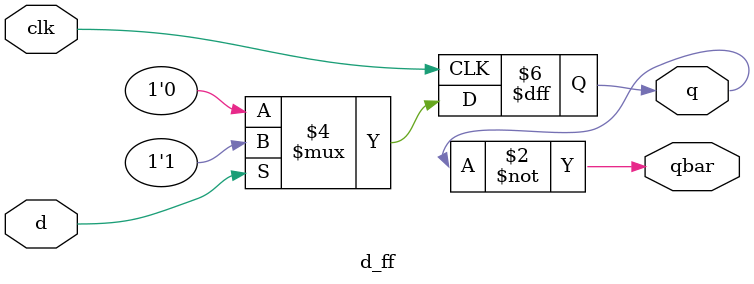
<source format=v>
`timescale 1ns / 1ps


module d_ff(
    input clk,
    input d,
    output reg q,
    output qbar
    );
    always @ (posedge clk)
    begin
        if(d)
        q<=1;
        else
        q<=0;
    
    end
    assign qbar = ~q;
endmodule

</source>
